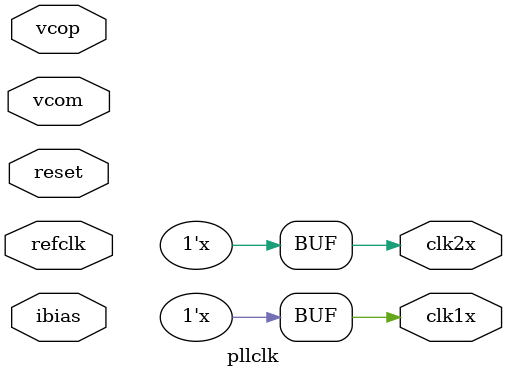
<source format=v>
module pllclk (refclk, vcop, vcom, clk1x, clk2x, reset, ibias);
input refclk;
input vcop;
input vcom;
input reset;
input ibias;
output clk1x;
output clk2x;

reg clk1x, clk2x;

initial
begin
  clk1x = 0;
  clk2x = 0;
end

always #5  clk1x = ~clk1x;
always #10 clk2x = ~clk2x;

endmodule

</source>
